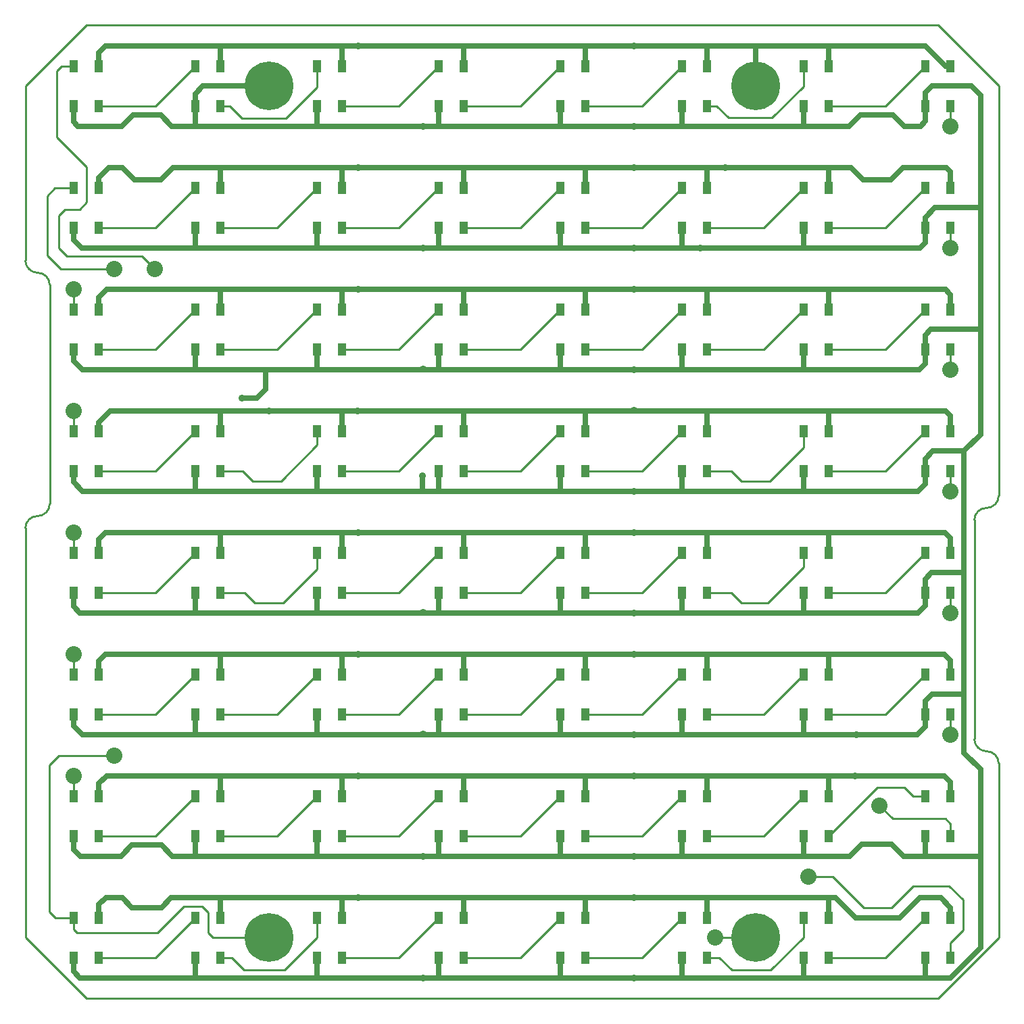
<source format=gtl>
G04 #@! TF.FileFunction,Copper,L1,Top,Signal*
%FSLAX46Y46*%
G04 Gerber Fmt 4.6, Leading zero omitted, Abs format (unit mm)*
G04 Created by KiCad (PCBNEW 0.201504141001+5596~22~ubuntu14.10.1-product) date Friday 17 April 2015 10:18:20 PM IST*
%MOMM*%
G01*
G04 APERTURE LIST*
%ADD10C,0.152400*%
%ADD11C,0.254000*%
%ADD12R,1.016000X1.524000*%
%ADD13C,6.096000*%
%ADD14C,2.032000*%
%ADD15C,0.889000*%
%ADD16C,0.635000*%
G04 APERTURE END LIST*
D10*
D11*
X147320000Y-33020000D02*
X139700000Y-25400000D01*
X147320000Y-139700000D02*
X139700000Y-147320000D01*
X25400000Y-139700000D02*
X33020000Y-147320000D01*
X33020000Y-25400000D02*
X25400000Y-33020000D01*
X147320000Y-117856000D02*
G75*
G03X145796000Y-116332000I-1524000J0D01*
G01*
X144272000Y-114808000D02*
G75*
G03X145796000Y-116332000I1524000J0D01*
G01*
X145796000Y-85852000D02*
G75*
G03X144272000Y-87376000I0J-1524000D01*
G01*
X145796000Y-85852000D02*
G75*
G03X147320000Y-84328000I0J1524000D01*
G01*
X25400000Y-54864000D02*
G75*
G03X26924000Y-56388000I1524000J0D01*
G01*
X28448000Y-57912000D02*
G75*
G03X26924000Y-56388000I-1524000J0D01*
G01*
X26924000Y-86868000D02*
G75*
G03X25400000Y-88392000I0J-1524000D01*
G01*
X26924000Y-86868000D02*
G75*
G03X28448000Y-85344000I0J1524000D01*
G01*
X147320000Y-84328000D02*
X147320000Y-33020000D01*
X147320000Y-117856000D02*
X147320000Y-139700000D01*
X25400000Y-88392000D02*
X25400000Y-139700000D01*
X25400000Y-54864000D02*
X25400000Y-33020000D01*
X144272000Y-101092000D02*
X144272000Y-114808000D01*
X144272000Y-101092000D02*
X144272000Y-87376000D01*
X28448000Y-71628000D02*
X28448000Y-85344000D01*
X28448000Y-71628000D02*
X28448000Y-57912000D01*
X139700000Y-147320000D02*
X33020000Y-147320000D01*
X33020000Y-25400000D02*
X139700000Y-25400000D01*
D12*
X126047500Y-30543500D03*
X122872500Y-30543500D03*
X122872500Y-35496500D03*
X126047500Y-35496500D03*
X110807500Y-30543500D03*
X107632500Y-30543500D03*
X107632500Y-35496500D03*
X110807500Y-35496500D03*
X95567500Y-30543500D03*
X92392500Y-30543500D03*
X92392500Y-35496500D03*
X95567500Y-35496500D03*
X80327500Y-30543500D03*
X77152500Y-30543500D03*
X77152500Y-35496500D03*
X80327500Y-35496500D03*
X65087500Y-30543500D03*
X61912500Y-30543500D03*
X61912500Y-35496500D03*
X65087500Y-35496500D03*
X49847500Y-30543500D03*
X46672500Y-30543500D03*
X46672500Y-35496500D03*
X49847500Y-35496500D03*
X34607500Y-30543500D03*
X31432500Y-30543500D03*
X31432500Y-35496500D03*
X34607500Y-35496500D03*
X141287500Y-45783500D03*
X138112500Y-45783500D03*
X138112500Y-50736500D03*
X141287500Y-50736500D03*
X126047500Y-45783500D03*
X122872500Y-45783500D03*
X122872500Y-50736500D03*
X126047500Y-50736500D03*
X110807500Y-45783500D03*
X107632500Y-45783500D03*
X107632500Y-50736500D03*
X110807500Y-50736500D03*
X95567500Y-45783500D03*
X92392500Y-45783500D03*
X92392500Y-50736500D03*
X95567500Y-50736500D03*
X80327500Y-45783500D03*
X77152500Y-45783500D03*
X77152500Y-50736500D03*
X80327500Y-50736500D03*
X65087500Y-45783500D03*
X61912500Y-45783500D03*
X61912500Y-50736500D03*
X65087500Y-50736500D03*
X49847500Y-45783500D03*
X46672500Y-45783500D03*
X46672500Y-50736500D03*
X49847500Y-50736500D03*
X34607500Y-45783500D03*
X31432500Y-45783500D03*
X31432500Y-50736500D03*
X34607500Y-50736500D03*
X141287500Y-61023500D03*
X138112500Y-61023500D03*
X138112500Y-65976500D03*
X141287500Y-65976500D03*
X126047500Y-61023500D03*
X122872500Y-61023500D03*
X122872500Y-65976500D03*
X126047500Y-65976500D03*
X110807500Y-61023500D03*
X107632500Y-61023500D03*
X107632500Y-65976500D03*
X110807500Y-65976500D03*
X95567500Y-61023500D03*
X92392500Y-61023500D03*
X92392500Y-65976500D03*
X95567500Y-65976500D03*
X80327500Y-61023500D03*
X77152500Y-61023500D03*
X77152500Y-65976500D03*
X80327500Y-65976500D03*
X65087500Y-61023500D03*
X61912500Y-61023500D03*
X61912500Y-65976500D03*
X65087500Y-65976500D03*
X49847500Y-61023500D03*
X46672500Y-61023500D03*
X46672500Y-65976500D03*
X49847500Y-65976500D03*
X34607500Y-61023500D03*
X31432500Y-61023500D03*
X31432500Y-65976500D03*
X34607500Y-65976500D03*
X141287500Y-76263500D03*
X138112500Y-76263500D03*
X138112500Y-81216500D03*
X141287500Y-81216500D03*
X126047500Y-76263500D03*
X122872500Y-76263500D03*
X122872500Y-81216500D03*
X126047500Y-81216500D03*
X110807500Y-76263500D03*
X107632500Y-76263500D03*
X107632500Y-81216500D03*
X110807500Y-81216500D03*
X95567500Y-76263500D03*
X92392500Y-76263500D03*
X92392500Y-81216500D03*
X95567500Y-81216500D03*
X80327500Y-76263500D03*
X77152500Y-76263500D03*
X77152500Y-81216500D03*
X80327500Y-81216500D03*
X65087500Y-76263500D03*
X61912500Y-76263500D03*
X61912500Y-81216500D03*
X65087500Y-81216500D03*
X49847500Y-76263500D03*
X46672500Y-76263500D03*
X46672500Y-81216500D03*
X49847500Y-81216500D03*
X34607500Y-76263500D03*
X31432500Y-76263500D03*
X31432500Y-81216500D03*
X34607500Y-81216500D03*
X141287500Y-91503500D03*
X138112500Y-91503500D03*
X138112500Y-96456500D03*
X141287500Y-96456500D03*
X126047500Y-91503500D03*
X122872500Y-91503500D03*
X122872500Y-96456500D03*
X126047500Y-96456500D03*
X110807500Y-91503500D03*
X107632500Y-91503500D03*
X107632500Y-96456500D03*
X110807500Y-96456500D03*
X95567500Y-91503500D03*
X92392500Y-91503500D03*
X92392500Y-96456500D03*
X95567500Y-96456500D03*
X80327500Y-91503500D03*
X77152500Y-91503500D03*
X77152500Y-96456500D03*
X80327500Y-96456500D03*
X65087500Y-91503500D03*
X61912500Y-91503500D03*
X61912500Y-96456500D03*
X65087500Y-96456500D03*
X49847500Y-91503500D03*
X46672500Y-91503500D03*
X46672500Y-96456500D03*
X49847500Y-96456500D03*
X34607500Y-91503500D03*
X31432500Y-91503500D03*
X31432500Y-96456500D03*
X34607500Y-96456500D03*
X141287500Y-106743500D03*
X138112500Y-106743500D03*
X138112500Y-111696500D03*
X141287500Y-111696500D03*
X126047500Y-106743500D03*
X122872500Y-106743500D03*
X122872500Y-111696500D03*
X126047500Y-111696500D03*
X110807500Y-106743500D03*
X107632500Y-106743500D03*
X107632500Y-111696500D03*
X110807500Y-111696500D03*
X95567500Y-106743500D03*
X92392500Y-106743500D03*
X92392500Y-111696500D03*
X95567500Y-111696500D03*
X80327500Y-106743500D03*
X77152500Y-106743500D03*
X77152500Y-111696500D03*
X80327500Y-111696500D03*
X65087500Y-106743500D03*
X61912500Y-106743500D03*
X61912500Y-111696500D03*
X65087500Y-111696500D03*
X49847500Y-106743500D03*
X46672500Y-106743500D03*
X46672500Y-111696500D03*
X49847500Y-111696500D03*
X34607500Y-106743500D03*
X31432500Y-106743500D03*
X31432500Y-111696500D03*
X34607500Y-111696500D03*
X141287500Y-121983500D03*
X138112500Y-121983500D03*
X138112500Y-126936500D03*
X141287500Y-126936500D03*
X126047500Y-121983500D03*
X122872500Y-121983500D03*
X122872500Y-126936500D03*
X126047500Y-126936500D03*
X110807500Y-121983500D03*
X107632500Y-121983500D03*
X107632500Y-126936500D03*
X110807500Y-126936500D03*
X95567500Y-121983500D03*
X92392500Y-121983500D03*
X92392500Y-126936500D03*
X95567500Y-126936500D03*
X80327500Y-121983500D03*
X77152500Y-121983500D03*
X77152500Y-126936500D03*
X80327500Y-126936500D03*
X65087500Y-121983500D03*
X61912500Y-121983500D03*
X61912500Y-126936500D03*
X65087500Y-126936500D03*
X49847500Y-121983500D03*
X46672500Y-121983500D03*
X46672500Y-126936500D03*
X49847500Y-126936500D03*
X34607500Y-121983500D03*
X31432500Y-121983500D03*
X31432500Y-126936500D03*
X34607500Y-126936500D03*
X141287500Y-137223500D03*
X138112500Y-137223500D03*
X138112500Y-142176500D03*
X141287500Y-142176500D03*
X126047500Y-137223500D03*
X122872500Y-137223500D03*
X122872500Y-142176500D03*
X126047500Y-142176500D03*
X110807500Y-137223500D03*
X107632500Y-137223500D03*
X107632500Y-142176500D03*
X110807500Y-142176500D03*
X95567500Y-137223500D03*
X92392500Y-137223500D03*
X92392500Y-142176500D03*
X95567500Y-142176500D03*
X80327500Y-137223500D03*
X77152500Y-137223500D03*
X77152500Y-142176500D03*
X80327500Y-142176500D03*
X65087500Y-137223500D03*
X61912500Y-137223500D03*
X61912500Y-142176500D03*
X65087500Y-142176500D03*
X49847500Y-137223500D03*
X46672500Y-137223500D03*
X46672500Y-142176500D03*
X49847500Y-142176500D03*
X141287500Y-30543500D03*
X138112500Y-30543500D03*
X138112500Y-35496500D03*
X141287500Y-35496500D03*
X34607500Y-137223500D03*
X31432500Y-137223500D03*
X31432500Y-142176500D03*
X34607500Y-142176500D03*
D13*
X116840000Y-139700000D03*
X55880000Y-139700000D03*
X55880000Y-33020000D03*
X116840000Y-33020000D03*
D14*
X36512500Y-116903500D03*
X123507500Y-132016500D03*
X31432500Y-119443500D03*
X132397500Y-123126500D03*
X31432500Y-104203500D03*
X141287500Y-114236500D03*
X31432500Y-88963500D03*
X141287500Y-98996500D03*
X31432500Y-73723500D03*
X141300200Y-83769200D03*
X31432500Y-58483500D03*
X141287500Y-68516500D03*
X36512500Y-55943500D03*
X141287500Y-53276500D03*
X41592500Y-55943500D03*
X141287500Y-38036500D03*
X111760000Y-139700000D03*
D15*
X52565300Y-72072500D03*
X75184000Y-144729200D03*
X75184000Y-129489200D03*
X75184000Y-114198400D03*
X75184000Y-98958400D03*
X75184000Y-68478400D03*
X75184000Y-53289200D03*
X75184000Y-38049200D03*
X109931200Y-53289200D03*
X75171300Y-81813400D03*
X101600000Y-38049200D03*
X101600000Y-53289200D03*
X101600000Y-68529200D03*
X101600000Y-83769200D03*
X101600000Y-99009200D03*
X101600000Y-114249200D03*
X101600000Y-129489200D03*
X101600000Y-144729200D03*
X129476500Y-114236500D03*
X113030000Y-43230800D03*
X55943500Y-73723500D03*
X129362200Y-119443500D03*
X67056000Y-134670800D03*
X67056000Y-119430800D03*
X67056000Y-104190800D03*
X67056000Y-88950800D03*
X67056000Y-58470800D03*
X67056000Y-43230800D03*
X67056000Y-27990800D03*
X67043300Y-73723500D03*
X101600000Y-27990800D03*
X101600000Y-43230800D03*
X101600000Y-58470800D03*
X101650800Y-73660000D03*
X101600000Y-88950800D03*
X101600000Y-104190800D03*
X101600000Y-119430800D03*
X101600000Y-134670800D03*
D11*
X41719500Y-142176500D02*
X46672500Y-137223500D01*
X34607500Y-142176500D02*
X41719500Y-142176500D01*
X51269900Y-142176500D02*
X52806600Y-143713200D01*
X52806600Y-143713200D02*
X57886600Y-143713200D01*
X57886600Y-143713200D02*
X61912500Y-139687300D01*
X61912500Y-139687300D02*
X61912500Y-137223500D01*
X49847500Y-142176500D02*
X51269900Y-142176500D01*
X72199500Y-142176500D02*
X77152500Y-137223500D01*
X65087500Y-142176500D02*
X72199500Y-142176500D01*
X87439500Y-142176500D02*
X92392500Y-137223500D01*
X80327500Y-142176500D02*
X87439500Y-142176500D01*
X102679500Y-142176500D02*
X107632500Y-137223500D01*
X95567500Y-142176500D02*
X102679500Y-142176500D01*
X112344200Y-142176500D02*
X113931700Y-143764000D01*
X113931700Y-143764000D02*
X118770400Y-143764000D01*
X118770400Y-143764000D02*
X122872500Y-139661900D01*
X122872500Y-139661900D02*
X122872500Y-137223500D01*
X110807500Y-142176500D02*
X112344200Y-142176500D01*
X133159500Y-142176500D02*
X138112500Y-137223500D01*
X126047500Y-142176500D02*
X133159500Y-142176500D01*
X31432500Y-137223500D02*
X29159200Y-137223500D01*
X28397200Y-118084600D02*
X28397200Y-136461500D01*
X29578300Y-116903500D02*
X36512500Y-116903500D01*
X29578300Y-116903500D02*
X28397200Y-118084600D01*
X29159200Y-137223500D02*
X28397200Y-136461500D01*
X31432500Y-138620500D02*
X31877000Y-139065000D01*
X31877000Y-139065000D02*
X41910000Y-139065000D01*
X41910000Y-139065000D02*
X45212000Y-135763000D01*
X45212000Y-135763000D02*
X47498000Y-135763000D01*
X47498000Y-135763000D02*
X48260000Y-136525000D01*
X48260000Y-136525000D02*
X48260000Y-139065000D01*
X48260000Y-139065000D02*
X48895000Y-139700000D01*
X48895000Y-139700000D02*
X55880000Y-139700000D01*
X31432500Y-137223500D02*
X31432500Y-138620500D01*
X41719500Y-126936500D02*
X46672500Y-121983500D01*
X34607500Y-126936500D02*
X41719500Y-126936500D01*
X56959500Y-126936500D02*
X61912500Y-121983500D01*
X49847500Y-126936500D02*
X56959500Y-126936500D01*
X72199500Y-126936500D02*
X77152500Y-121983500D01*
X65087500Y-126936500D02*
X72199500Y-126936500D01*
X87439500Y-126936500D02*
X92392500Y-121983500D01*
X80327500Y-126936500D02*
X87439500Y-126936500D01*
X102679500Y-126936500D02*
X107632500Y-121983500D01*
X95567500Y-126936500D02*
X102679500Y-126936500D01*
X117919500Y-126936500D02*
X122872500Y-121983500D01*
X110807500Y-126936500D02*
X117919500Y-126936500D01*
X136588500Y-121983500D02*
X135509000Y-120904000D01*
X135509000Y-120904000D02*
X132080000Y-120904000D01*
X132080000Y-120904000D02*
X126047500Y-126936500D01*
X138112500Y-121983500D02*
X136588500Y-121983500D01*
X141097000Y-133223000D02*
X142839440Y-134965440D01*
X136588500Y-133223000D02*
X141097000Y-133223000D01*
X133858000Y-135953500D02*
X136588500Y-133223000D01*
X130429000Y-135953500D02*
X133858000Y-135953500D01*
X141287500Y-142176500D02*
X141287500Y-140312140D01*
X141287500Y-140312140D02*
X142839440Y-138760200D01*
X142839440Y-138760200D02*
X142839440Y-134965440D01*
X126492000Y-132016500D02*
X130429000Y-135953500D01*
X123507500Y-132016500D02*
X126492000Y-132016500D01*
X31432500Y-121348500D02*
X31432500Y-119443500D01*
X31432500Y-121983500D02*
X31432500Y-121348500D01*
X41719500Y-111696500D02*
X46672500Y-106743500D01*
X34607500Y-111696500D02*
X41719500Y-111696500D01*
X56959500Y-111696500D02*
X61912500Y-106743500D01*
X49847500Y-111696500D02*
X56959500Y-111696500D01*
X72199500Y-111696500D02*
X77152500Y-106743500D01*
X65087500Y-111696500D02*
X72199500Y-111696500D01*
X87439500Y-111696500D02*
X92392500Y-106743500D01*
X80327500Y-111696500D02*
X87439500Y-111696500D01*
X102679500Y-111696500D02*
X107632500Y-106743500D01*
X95567500Y-111696500D02*
X102679500Y-111696500D01*
X117919500Y-111696500D02*
X122872500Y-106743500D01*
X110807500Y-111696500D02*
X117919500Y-111696500D01*
X133159500Y-111696500D02*
X138112500Y-106743500D01*
X126047500Y-111696500D02*
X133159500Y-111696500D01*
X141287500Y-126936500D02*
X141287500Y-125412500D01*
X134048500Y-124777500D02*
X132397500Y-123126500D01*
X140652500Y-124777500D02*
X134048500Y-124777500D01*
X141287500Y-125412500D02*
X140652500Y-124777500D01*
X31432500Y-106108500D02*
X31432500Y-104203500D01*
X31432500Y-106743500D02*
X31432500Y-106108500D01*
X141287500Y-114236500D02*
X141287500Y-111696500D01*
X31432500Y-90868500D02*
X31432500Y-88963500D01*
X31432500Y-91503500D02*
X31432500Y-90868500D01*
X41719500Y-96456500D02*
X46672500Y-91503500D01*
X34607500Y-96456500D02*
X41719500Y-96456500D01*
X52870100Y-96456500D02*
X54152800Y-97739200D01*
X54152800Y-97739200D02*
X57708800Y-97739200D01*
X57708800Y-97739200D02*
X61912500Y-93535500D01*
X61912500Y-93535500D02*
X61912500Y-91503500D01*
X49847500Y-96456500D02*
X52870100Y-96456500D01*
X72199500Y-96456500D02*
X77152500Y-91503500D01*
X65087500Y-96456500D02*
X72199500Y-96456500D01*
X87439500Y-96456500D02*
X92392500Y-91503500D01*
X80327500Y-96456500D02*
X87439500Y-96456500D01*
X102679500Y-96456500D02*
X107632500Y-91503500D01*
X95567500Y-96456500D02*
X102679500Y-96456500D01*
X113842800Y-96456500D02*
X115125500Y-97739200D01*
X115125500Y-97739200D02*
X118440200Y-97739200D01*
X118440200Y-97739200D02*
X122872500Y-93306900D01*
X122872500Y-93306900D02*
X122872500Y-91503500D01*
X110807500Y-96456500D02*
X113842800Y-96456500D01*
X133159500Y-96456500D02*
X138112500Y-91503500D01*
X126047500Y-96456500D02*
X133159500Y-96456500D01*
X141287500Y-98996500D02*
X141287500Y-96456500D01*
X31432500Y-75628500D02*
X31432500Y-73723500D01*
X31432500Y-76263500D02*
X31432500Y-75628500D01*
X41719500Y-81216500D02*
X46672500Y-76263500D01*
X34607500Y-81216500D02*
X41719500Y-81216500D01*
X52603400Y-81216500D02*
X53860700Y-82473800D01*
X53860700Y-82473800D02*
X57416700Y-82473800D01*
X57416700Y-82473800D02*
X61912500Y-77978000D01*
X61912500Y-77978000D02*
X61912500Y-76263500D01*
X49847500Y-81216500D02*
X52603400Y-81216500D01*
X72199500Y-81216500D02*
X77152500Y-76263500D01*
X65087500Y-81216500D02*
X72199500Y-81216500D01*
X87439500Y-81216500D02*
X92392500Y-76263500D01*
X80327500Y-81216500D02*
X87439500Y-81216500D01*
X102679500Y-81216500D02*
X107632500Y-76263500D01*
X95567500Y-81216500D02*
X102679500Y-81216500D01*
X113804700Y-81216500D02*
X115112800Y-82524600D01*
X115112800Y-82524600D02*
X118668800Y-82524600D01*
X118668800Y-82524600D02*
X122872500Y-78320900D01*
X122872500Y-78320900D02*
X122872500Y-76263500D01*
X110807500Y-81216500D02*
X113804700Y-81216500D01*
X133159500Y-81216500D02*
X138112500Y-76263500D01*
X126047500Y-81216500D02*
X133159500Y-81216500D01*
X141287500Y-83756500D02*
X141287500Y-81216500D01*
X141300200Y-83769200D02*
X141287500Y-83756500D01*
X31432500Y-60388500D02*
X31432500Y-58483500D01*
X31432500Y-61023500D02*
X31432500Y-60388500D01*
X41719500Y-65976500D02*
X46672500Y-61023500D01*
X34607500Y-65976500D02*
X41719500Y-65976500D01*
X56959500Y-65976500D02*
X61912500Y-61023500D01*
X49847500Y-65976500D02*
X56959500Y-65976500D01*
X72199500Y-65976500D02*
X77152500Y-61023500D01*
X65087500Y-65976500D02*
X72199500Y-65976500D01*
X87439500Y-65976500D02*
X92392500Y-61023500D01*
X80327500Y-65976500D02*
X87439500Y-65976500D01*
X102679500Y-65976500D02*
X107632500Y-61023500D01*
X95567500Y-65976500D02*
X102679500Y-65976500D01*
X117919500Y-65976500D02*
X122872500Y-61023500D01*
X110807500Y-65976500D02*
X117919500Y-65976500D01*
X133159500Y-65976500D02*
X138112500Y-61023500D01*
X126047500Y-65976500D02*
X133159500Y-65976500D01*
X141287500Y-68516500D02*
X141287500Y-65976500D01*
X31432500Y-45783500D02*
X31432500Y-45148500D01*
X36512500Y-55943500D02*
X29857700Y-55943500D01*
X29857700Y-55943500D02*
X28117800Y-54203600D01*
X28117800Y-54203600D02*
X28117800Y-46761400D01*
X28117800Y-46761400D02*
X29095700Y-45783500D01*
X29095700Y-45783500D02*
X31432500Y-45783500D01*
X41719500Y-50736500D02*
X46672500Y-45783500D01*
X34607500Y-50736500D02*
X41719500Y-50736500D01*
X56959500Y-50736500D02*
X61912500Y-45783500D01*
X49847500Y-50736500D02*
X56959500Y-50736500D01*
X72199500Y-50736500D02*
X77152500Y-45783500D01*
X65087500Y-50736500D02*
X72199500Y-50736500D01*
X87439500Y-50736500D02*
X92392500Y-45783500D01*
X80327500Y-50736500D02*
X87439500Y-50736500D01*
X102679500Y-50736500D02*
X107632500Y-45783500D01*
X95567500Y-50736500D02*
X102679500Y-50736500D01*
X117919500Y-50736500D02*
X122872500Y-45783500D01*
X110807500Y-50736500D02*
X117919500Y-50736500D01*
X133159500Y-50736500D02*
X138112500Y-45783500D01*
X126047500Y-50736500D02*
X133159500Y-50736500D01*
X141287500Y-53276500D02*
X141287500Y-50736500D01*
X31432500Y-30543500D02*
X31432500Y-29908500D01*
X29324300Y-31153100D02*
X29933900Y-30543500D01*
X29324300Y-39433500D02*
X29324300Y-31153100D01*
X33070800Y-43180000D02*
X29324300Y-39433500D01*
X33070800Y-47548800D02*
X33070800Y-43180000D01*
X32181800Y-48437800D02*
X33070800Y-47548800D01*
X30378400Y-48437800D02*
X32181800Y-48437800D01*
X29603700Y-49212500D02*
X30378400Y-48437800D01*
X29603700Y-53340000D02*
X29603700Y-49212500D01*
X30607000Y-54343300D02*
X29603700Y-53340000D01*
X29933900Y-30543500D02*
X31432500Y-30543500D01*
X39992300Y-54343300D02*
X41592500Y-55943500D01*
X30607000Y-54343300D02*
X39992300Y-54343300D01*
X141287500Y-35496500D02*
X141287500Y-38036500D01*
X111760000Y-139700000D02*
X116840000Y-139700000D01*
X34607500Y-35496500D02*
X41719500Y-35496500D01*
X41719500Y-35496500D02*
X46672500Y-30543500D01*
X49847500Y-35496500D02*
X51041300Y-35496500D01*
X61912500Y-33134300D02*
X61912500Y-30543500D01*
X58039000Y-37007800D02*
X61912500Y-33134300D01*
X52552600Y-37007800D02*
X58039000Y-37007800D01*
X51041300Y-35496500D02*
X52552600Y-37007800D01*
X65087500Y-35496500D02*
X72199500Y-35496500D01*
X72199500Y-35496500D02*
X77152500Y-30543500D01*
X80327500Y-35496500D02*
X87439500Y-35496500D01*
X87439500Y-35496500D02*
X92392500Y-30543500D01*
X95567500Y-35496500D02*
X102679500Y-35496500D01*
X102679500Y-35496500D02*
X107632500Y-30543500D01*
X110807500Y-35496500D02*
X111963200Y-35496500D01*
X122872500Y-33045400D02*
X122872500Y-30543500D01*
X118935500Y-36982400D02*
X122872500Y-33045400D01*
X113449100Y-36982400D02*
X118935500Y-36982400D01*
X111963200Y-35496500D02*
X113449100Y-36982400D01*
X126047500Y-35496500D02*
X133159500Y-35496500D01*
X133159500Y-35496500D02*
X138112500Y-30543500D01*
D16*
X46672500Y-35496500D02*
X46672500Y-33972500D01*
X47625000Y-33020000D02*
X55880000Y-33020000D01*
X46672500Y-33972500D02*
X47625000Y-33020000D01*
X52565300Y-72072500D02*
X54427500Y-72072500D01*
X55500000Y-71000000D02*
X55500000Y-68516500D01*
X54427500Y-72072500D02*
X55500000Y-71000000D01*
X77152500Y-50736500D02*
X77152500Y-53276500D01*
X122872500Y-35496500D02*
X122872500Y-38036500D01*
X107632500Y-35496500D02*
X107632500Y-38036500D01*
X92392500Y-35496500D02*
X92392500Y-38036500D01*
X77152500Y-35496500D02*
X77152500Y-38036500D01*
X61912500Y-35496500D02*
X61912500Y-38036500D01*
X46672500Y-35496500D02*
X46672500Y-38036500D01*
X31432500Y-35496500D02*
X31432500Y-37477700D01*
X138112500Y-37426900D02*
X138112500Y-35496500D01*
X137502900Y-38036500D02*
X138112500Y-37426900D01*
X135496300Y-38036500D02*
X137502900Y-38036500D01*
X134073900Y-36614100D02*
X135496300Y-38036500D01*
X130009900Y-36614100D02*
X134073900Y-36614100D01*
X128587500Y-38036500D02*
X130009900Y-36614100D01*
X43726100Y-38036500D02*
X46672500Y-38036500D01*
X46672500Y-38036500D02*
X61912500Y-38036500D01*
X75184000Y-38036500D02*
X77152500Y-38036500D01*
X61912500Y-38036500D02*
X75184000Y-38036500D01*
X77152500Y-38036500D02*
X92392500Y-38036500D01*
X101600000Y-38036500D02*
X107632500Y-38036500D01*
X92392500Y-38036500D02*
X101600000Y-38036500D01*
X107632500Y-38036500D02*
X122872500Y-38036500D01*
X122872500Y-38036500D02*
X128587500Y-38036500D01*
X42329100Y-36639500D02*
X43726100Y-38036500D01*
X38874700Y-36639500D02*
X42329100Y-36639500D01*
X37477700Y-38036500D02*
X38874700Y-36639500D01*
X31991300Y-38036500D02*
X37477700Y-38036500D01*
X31432500Y-37477700D02*
X31991300Y-38036500D01*
X145034000Y-63500000D02*
X145034000Y-76657200D01*
X142951200Y-93980000D02*
X142951200Y-78740000D01*
X142951200Y-93980000D02*
X142951200Y-109220000D01*
X31432500Y-52260500D02*
X32448500Y-53276500D01*
X122872500Y-53276500D02*
X137490200Y-53276500D01*
X109931200Y-53276500D02*
X122872500Y-53276500D01*
X107632500Y-53276500D02*
X109931200Y-53276500D01*
X101600000Y-53276500D02*
X107632500Y-53276500D01*
X92392500Y-53276500D02*
X101600000Y-53276500D01*
X75184000Y-53276500D02*
X77152500Y-53276500D01*
X77152500Y-53276500D02*
X92392500Y-53276500D01*
X61912500Y-53276500D02*
X75184000Y-53276500D01*
X46672500Y-53276500D02*
X61912500Y-53276500D01*
X32448500Y-53276500D02*
X46672500Y-53276500D01*
X137490200Y-53276500D02*
X138112500Y-52654200D01*
X138112500Y-52654200D02*
X138112500Y-50736500D01*
X31432500Y-50736500D02*
X31432500Y-52260500D01*
X122872500Y-53276500D02*
X122872500Y-50736500D01*
X107632500Y-53276500D02*
X107632500Y-50736500D01*
X92392500Y-53276500D02*
X92392500Y-50736500D01*
X61912500Y-53276500D02*
X61912500Y-50736500D01*
X46672500Y-53276500D02*
X46672500Y-50736500D01*
X145034000Y-48260000D02*
X145034000Y-63500000D01*
X145034000Y-34163000D02*
X145034000Y-48260000D01*
X138112500Y-49491900D02*
X139344400Y-48260000D01*
X139344400Y-48260000D02*
X145034000Y-48260000D01*
X138112500Y-50736500D02*
X138112500Y-49491900D01*
X138112500Y-33870900D02*
X138963400Y-33020000D01*
X138963400Y-33020000D02*
X143891000Y-33020000D01*
X143891000Y-33020000D02*
X145034000Y-34163000D01*
X138112500Y-35496500D02*
X138112500Y-33870900D01*
X31432500Y-67411600D02*
X32537400Y-68516500D01*
X122872500Y-68516500D02*
X137401300Y-68516500D01*
X107632500Y-68516500D02*
X122872500Y-68516500D01*
X101600000Y-68516500D02*
X107632500Y-68516500D01*
X92392500Y-68516500D02*
X101600000Y-68516500D01*
X77152500Y-68516500D02*
X92392500Y-68516500D01*
X75184000Y-68516500D02*
X77152500Y-68516500D01*
X61912500Y-68516500D02*
X75184000Y-68516500D01*
X46672500Y-68516500D02*
X55500000Y-68516500D01*
X55500000Y-68516500D02*
X61912500Y-68516500D01*
X32537400Y-68516500D02*
X46672500Y-68516500D01*
X137401300Y-68516500D02*
X138112500Y-67805300D01*
X138112500Y-67805300D02*
X138112500Y-65976500D01*
X31432500Y-65976500D02*
X31432500Y-67411600D01*
X138112500Y-64223900D02*
X138836400Y-63500000D01*
X138836400Y-63500000D02*
X145034000Y-63500000D01*
X138112500Y-65976500D02*
X138112500Y-64223900D01*
X122872500Y-68516500D02*
X122872500Y-65976500D01*
X107632500Y-68516500D02*
X107632500Y-65976500D01*
X92392500Y-68516500D02*
X92392500Y-65976500D01*
X77152500Y-68516500D02*
X77152500Y-65976500D01*
X61912500Y-68516500D02*
X61912500Y-65976500D01*
X46672500Y-68516500D02*
X46672500Y-65976500D01*
X31432500Y-82626200D02*
X32562800Y-83756500D01*
X122872500Y-83756500D02*
X137236200Y-83756500D01*
X107632500Y-83756500D02*
X122872500Y-83756500D01*
X101600000Y-83756500D02*
X107632500Y-83756500D01*
X92392500Y-83756500D02*
X101600000Y-83756500D01*
X77152500Y-83756500D02*
X92392500Y-83756500D01*
X75171300Y-83756500D02*
X77152500Y-83756500D01*
X61912500Y-83756500D02*
X75171300Y-83756500D01*
X46672500Y-83756500D02*
X61912500Y-83756500D01*
X32562800Y-83756500D02*
X46672500Y-83756500D01*
X137236200Y-83756500D02*
X138112500Y-82880200D01*
X138112500Y-82880200D02*
X138112500Y-81216500D01*
X31432500Y-81216500D02*
X31432500Y-82626200D01*
X139065000Y-78740000D02*
X142951200Y-78740000D01*
X138112500Y-79692500D02*
X139065000Y-78740000D01*
X138112500Y-81216500D02*
X138112500Y-79692500D01*
X122872500Y-83756500D02*
X122872500Y-81216500D01*
X107632500Y-83756500D02*
X107632500Y-81216500D01*
X92392500Y-83756500D02*
X92392500Y-81216500D01*
X77152500Y-83756500D02*
X77152500Y-81216500D01*
X61912500Y-83756500D02*
X61912500Y-81216500D01*
X46672500Y-83756500D02*
X46672500Y-81216500D01*
X31432500Y-98196400D02*
X32232600Y-98996500D01*
X122872500Y-98996500D02*
X137223500Y-98996500D01*
X107632500Y-98996500D02*
X122872500Y-98996500D01*
X101600000Y-98996500D02*
X107632500Y-98996500D01*
X92392500Y-98996500D02*
X101600000Y-98996500D01*
X77152500Y-98996500D02*
X92392500Y-98996500D01*
X75184000Y-98996500D02*
X77152500Y-98996500D01*
X61912500Y-98996500D02*
X75184000Y-98996500D01*
X46672500Y-98996500D02*
X61912500Y-98996500D01*
X32232600Y-98996500D02*
X46672500Y-98996500D01*
X137223500Y-98996500D02*
X138112500Y-98107500D01*
X138112500Y-98107500D02*
X138112500Y-96456500D01*
X31432500Y-96456500D02*
X31432500Y-98196400D01*
X138112500Y-94780100D02*
X138912600Y-93980000D01*
X138912600Y-93980000D02*
X142951200Y-93980000D01*
X138112500Y-96456500D02*
X138112500Y-94780100D01*
X122872500Y-98996500D02*
X122872500Y-96456500D01*
X107632500Y-98996500D02*
X107632500Y-96456500D01*
X92392500Y-98996500D02*
X92392500Y-96456500D01*
X77152500Y-98996500D02*
X77152500Y-96456500D01*
X61912500Y-98996500D02*
X61912500Y-96456500D01*
X46672500Y-98996500D02*
X46672500Y-96456500D01*
X31432500Y-113157000D02*
X32512000Y-114236500D01*
X107632500Y-114236500D02*
X122872500Y-114236500D01*
X101600000Y-114236500D02*
X107632500Y-114236500D01*
X92392500Y-114236500D02*
X101600000Y-114236500D01*
X77152500Y-114236500D02*
X92392500Y-114236500D01*
X75184000Y-114236500D02*
X77152500Y-114236500D01*
X61912500Y-114236500D02*
X75184000Y-114236500D01*
X46672500Y-114236500D02*
X61912500Y-114236500D01*
X32512000Y-114236500D02*
X46672500Y-114236500D01*
X31432500Y-111696500D02*
X31432500Y-113157000D01*
X138938000Y-109220000D02*
X142951200Y-109220000D01*
X138112500Y-110045500D02*
X138938000Y-109220000D01*
X138112500Y-111696500D02*
X138112500Y-110045500D01*
X122872500Y-114236500D02*
X122872500Y-111696500D01*
X107632500Y-114236500D02*
X107632500Y-111696500D01*
X92392500Y-114236500D02*
X92392500Y-111696500D01*
X77152500Y-114236500D02*
X77152500Y-111696500D01*
X61912500Y-114236500D02*
X61912500Y-111696500D01*
X46672500Y-114236500D02*
X46672500Y-111696500D01*
X31432500Y-128651000D02*
X32258000Y-129476500D01*
X32258000Y-129476500D02*
X37338000Y-129476500D01*
X37338000Y-129476500D02*
X38735000Y-128079500D01*
X38735000Y-128079500D02*
X42418000Y-128079500D01*
X42418000Y-128079500D02*
X43815000Y-129476500D01*
X107632500Y-129476500D02*
X122872500Y-129476500D01*
X101600000Y-129476500D02*
X107632500Y-129476500D01*
X92392500Y-129476500D02*
X101600000Y-129476500D01*
X77152500Y-129476500D02*
X92392500Y-129476500D01*
X75184000Y-129476500D02*
X77152500Y-129476500D01*
X61912500Y-129476500D02*
X75184000Y-129476500D01*
X46672500Y-129476500D02*
X61912500Y-129476500D01*
X43815000Y-129476500D02*
X46672500Y-129476500D01*
X31432500Y-126936500D02*
X31432500Y-128651000D01*
X122872500Y-129476500D02*
X122872500Y-126936500D01*
X107632500Y-129476500D02*
X107632500Y-126936500D01*
X92392500Y-129476500D02*
X92392500Y-126936500D01*
X77152500Y-129476500D02*
X77152500Y-126936500D01*
X61912500Y-129476500D02*
X61912500Y-126936500D01*
X46672500Y-129476500D02*
X46672500Y-126936500D01*
X31432500Y-143903700D02*
X32245300Y-144716500D01*
X107632500Y-144716500D02*
X122872500Y-144716500D01*
X101600000Y-144716500D02*
X107632500Y-144716500D01*
X92392500Y-144716500D02*
X101600000Y-144716500D01*
X77152500Y-144716500D02*
X92392500Y-144716500D01*
X75184000Y-144716500D02*
X77152500Y-144716500D01*
X61912500Y-144716500D02*
X75184000Y-144716500D01*
X46672500Y-144716500D02*
X61912500Y-144716500D01*
X32245300Y-144716500D02*
X46672500Y-144716500D01*
X31432500Y-142176500D02*
X31432500Y-143903700D01*
X122872500Y-144716500D02*
X122872500Y-142176500D01*
X107632500Y-144716500D02*
X107632500Y-142176500D01*
X92392500Y-144716500D02*
X92392500Y-142176500D01*
X77152500Y-144716500D02*
X77152500Y-142176500D01*
X61912500Y-144716500D02*
X61912500Y-142176500D01*
X46672500Y-144716500D02*
X46672500Y-142176500D01*
X75184000Y-144729200D02*
X75184000Y-144716500D01*
X75184000Y-129489200D02*
X75184000Y-129476500D01*
X75184000Y-114198400D02*
X75184000Y-114236500D01*
X75184000Y-98958400D02*
X75184000Y-98996500D01*
X75184000Y-68478400D02*
X75184000Y-68516500D01*
X75184000Y-53289200D02*
X75184000Y-53276500D01*
X75184000Y-38049200D02*
X75184000Y-38036500D01*
X109931200Y-53289200D02*
X109931200Y-53276500D01*
X75171300Y-81813400D02*
X75171300Y-83756500D01*
X101600000Y-38049200D02*
X101600000Y-38036500D01*
X101600000Y-53289200D02*
X101600000Y-53276500D01*
X101600000Y-68529200D02*
X101600000Y-68516500D01*
X101600000Y-83769200D02*
X101600000Y-83756500D01*
X101600000Y-99009200D02*
X101600000Y-98996500D01*
X101600000Y-114249200D02*
X101600000Y-114236500D01*
X101600000Y-129489200D02*
X101600000Y-129476500D01*
X101600000Y-144729200D02*
X101600000Y-144716500D01*
X137096500Y-114236500D02*
X138112500Y-113220500D01*
X129476500Y-114236500D02*
X137096500Y-114236500D01*
X138112500Y-113220500D02*
X138112500Y-111696500D01*
X122872500Y-114236500D02*
X129476500Y-114236500D01*
X128651000Y-129476500D02*
X130175000Y-127952500D01*
X130175000Y-127952500D02*
X133921500Y-127952500D01*
X133921500Y-127952500D02*
X135445500Y-129476500D01*
X122872500Y-129476500D02*
X128651000Y-129476500D01*
X145034000Y-118618000D02*
X142951200Y-116535200D01*
X142951200Y-116535200D02*
X142951200Y-109220000D01*
X145034000Y-129476500D02*
X145034000Y-118618000D01*
X145034000Y-140970000D02*
X145034000Y-129476500D01*
X141287500Y-144716500D02*
X145034000Y-140970000D01*
X138112500Y-144716500D02*
X141287500Y-144716500D01*
X122872500Y-144716500D02*
X138112500Y-144716500D01*
X138112500Y-142176500D02*
X138112500Y-144716500D01*
X138112500Y-129476500D02*
X145034000Y-129476500D01*
X135445500Y-129476500D02*
X138112500Y-129476500D01*
X138112500Y-126936500D02*
X138112500Y-129476500D01*
X145034000Y-76657200D02*
X142951200Y-78740000D01*
X116840000Y-33020000D02*
X116840000Y-28003500D01*
X113030000Y-43230800D02*
X113030000Y-43243500D01*
X126047500Y-30543500D02*
X126047500Y-28003500D01*
X110807500Y-30543500D02*
X110807500Y-28003500D01*
X95567500Y-30543500D02*
X95567500Y-28003500D01*
X80327500Y-30543500D02*
X80327500Y-28003500D01*
X65087500Y-30543500D02*
X65087500Y-28003500D01*
X49847500Y-30543500D02*
X49847500Y-28003500D01*
X34607500Y-30543500D02*
X34607500Y-28854400D01*
X140627100Y-30543500D02*
X141287500Y-30543500D01*
X138087100Y-28003500D02*
X140627100Y-30543500D01*
X35458400Y-28003500D02*
X49847500Y-28003500D01*
X49847500Y-28003500D02*
X65087500Y-28003500D01*
X67056000Y-28003500D02*
X80327500Y-28003500D01*
X65087500Y-28003500D02*
X67056000Y-28003500D01*
X80327500Y-28003500D02*
X95567500Y-28003500D01*
X101600000Y-28003500D02*
X110807500Y-28003500D01*
X95567500Y-28003500D02*
X101600000Y-28003500D01*
X110807500Y-28003500D02*
X116840000Y-28003500D01*
X116840000Y-28003500D02*
X126047500Y-28003500D01*
X126047500Y-28003500D02*
X138087100Y-28003500D01*
X34607500Y-28854400D02*
X35458400Y-28003500D01*
X140792200Y-43243500D02*
X141287500Y-43738800D01*
X141287500Y-43738800D02*
X141287500Y-45783500D01*
X34607500Y-45783500D02*
X34607500Y-44462700D01*
X133845300Y-44767500D02*
X135369300Y-43243500D01*
X130302000Y-44767500D02*
X133845300Y-44767500D01*
X128778000Y-43243500D02*
X130302000Y-44767500D01*
X49847500Y-43243500D02*
X65087500Y-43243500D01*
X43853100Y-43243500D02*
X49847500Y-43243500D01*
X42329100Y-44767500D02*
X43853100Y-43243500D01*
X39027100Y-44767500D02*
X42329100Y-44767500D01*
X37503100Y-43243500D02*
X39027100Y-44767500D01*
X35826700Y-43243500D02*
X37503100Y-43243500D01*
X34607500Y-44462700D02*
X35826700Y-43243500D01*
X135369300Y-43243500D02*
X140792200Y-43243500D01*
X49847500Y-45783500D02*
X49847500Y-43243500D01*
X67056000Y-43243500D02*
X80327500Y-43243500D01*
X65087500Y-43243500D02*
X67056000Y-43243500D01*
X65087500Y-45783500D02*
X65087500Y-43243500D01*
X80327500Y-43243500D02*
X95567500Y-43243500D01*
X80327500Y-45783500D02*
X80327500Y-43243500D01*
X101600000Y-43243500D02*
X110807500Y-43243500D01*
X95567500Y-43243500D02*
X101600000Y-43243500D01*
X95567500Y-45783500D02*
X95567500Y-43243500D01*
X113030000Y-43243500D02*
X126047500Y-43243500D01*
X110807500Y-43243500D02*
X113030000Y-43243500D01*
X110807500Y-45783500D02*
X110807500Y-43243500D01*
X126047500Y-43243500D02*
X128778000Y-43243500D01*
X126047500Y-43243500D02*
X126047500Y-45783500D01*
X34607500Y-59512200D02*
X35636200Y-58483500D01*
X126047500Y-58483500D02*
X140665200Y-58483500D01*
X110807500Y-58483500D02*
X126047500Y-58483500D01*
X101600000Y-58483500D02*
X110807500Y-58483500D01*
X95567500Y-58483500D02*
X101600000Y-58483500D01*
X80327500Y-58483500D02*
X95567500Y-58483500D01*
X67056000Y-58483500D02*
X80327500Y-58483500D01*
X65087500Y-58483500D02*
X67056000Y-58483500D01*
X49847500Y-58483500D02*
X65087500Y-58483500D01*
X35636200Y-58483500D02*
X49847500Y-58483500D01*
X140665200Y-58483500D02*
X141287500Y-59105800D01*
X141287500Y-59105800D02*
X141287500Y-61023500D01*
X34607500Y-61023500D02*
X34607500Y-59512200D01*
X126047500Y-58483500D02*
X126047500Y-61023500D01*
X110807500Y-58483500D02*
X110807500Y-61023500D01*
X95567500Y-58483500D02*
X95567500Y-61023500D01*
X80327500Y-58483500D02*
X80327500Y-61023500D01*
X65087500Y-58483500D02*
X65087500Y-61023500D01*
X49847500Y-58483500D02*
X49847500Y-61023500D01*
X34607500Y-75120500D02*
X36004500Y-73723500D01*
X126047500Y-73723500D02*
X140703300Y-73723500D01*
X110807500Y-73723500D02*
X126047500Y-73723500D01*
X101650800Y-73723500D02*
X110807500Y-73723500D01*
X95567500Y-73723500D02*
X101650800Y-73723500D01*
X80327500Y-73723500D02*
X95567500Y-73723500D01*
X67043300Y-73723500D02*
X80327500Y-73723500D01*
X65087500Y-73723500D02*
X67043300Y-73723500D01*
X49847500Y-73723500D02*
X55943500Y-73723500D01*
X55943500Y-73723500D02*
X65087500Y-73723500D01*
X36004500Y-73723500D02*
X49847500Y-73723500D01*
X140703300Y-73723500D02*
X141287500Y-74307700D01*
X141287500Y-74307700D02*
X141287500Y-76263500D01*
X34607500Y-76263500D02*
X34607500Y-75120500D01*
X126047500Y-73723500D02*
X126047500Y-76263500D01*
X110807500Y-73723500D02*
X110807500Y-76263500D01*
X95567500Y-73723500D02*
X95567500Y-76263500D01*
X80327500Y-73723500D02*
X80327500Y-76263500D01*
X65087500Y-73723500D02*
X65087500Y-76263500D01*
X49847500Y-73723500D02*
X49847500Y-76263500D01*
X34607500Y-89789000D02*
X35433000Y-88963500D01*
X110807500Y-88963500D02*
X126047500Y-88963500D01*
X101600000Y-88963500D02*
X110807500Y-88963500D01*
X95567500Y-88963500D02*
X101600000Y-88963500D01*
X80327500Y-88963500D02*
X95567500Y-88963500D01*
X67056000Y-88963500D02*
X80327500Y-88963500D01*
X65087500Y-88963500D02*
X67056000Y-88963500D01*
X49847500Y-88963500D02*
X65087500Y-88963500D01*
X35433000Y-88963500D02*
X49847500Y-88963500D01*
X34607500Y-91503500D02*
X34607500Y-89789000D01*
X141287500Y-89649300D02*
X140601700Y-88963500D01*
X140601700Y-88963500D02*
X126047500Y-88963500D01*
X141287500Y-91503500D02*
X141287500Y-89649300D01*
X126047500Y-88963500D02*
X126047500Y-91503500D01*
X110807500Y-88963500D02*
X110807500Y-91503500D01*
X95567500Y-88963500D02*
X95567500Y-91503500D01*
X80327500Y-88963500D02*
X80327500Y-91503500D01*
X65087500Y-88963500D02*
X65087500Y-91503500D01*
X49847500Y-88963500D02*
X49847500Y-91503500D01*
X34607500Y-105029000D02*
X35433000Y-104203500D01*
X126047500Y-104203500D02*
X140525500Y-104203500D01*
X141287500Y-106743500D02*
X141287500Y-104965500D01*
X141287500Y-104965500D02*
X140525500Y-104203500D01*
X110807500Y-104203500D02*
X126047500Y-104203500D01*
X101600000Y-104203500D02*
X110807500Y-104203500D01*
X95567500Y-104203500D02*
X101600000Y-104203500D01*
X80327500Y-104203500D02*
X95567500Y-104203500D01*
X67056000Y-104203500D02*
X80327500Y-104203500D01*
X65087500Y-104203500D02*
X67056000Y-104203500D01*
X49847500Y-104203500D02*
X65087500Y-104203500D01*
X35433000Y-104203500D02*
X49847500Y-104203500D01*
X34607500Y-106743500D02*
X34607500Y-105029000D01*
X126047500Y-104203500D02*
X126047500Y-106743500D01*
X110807500Y-104203500D02*
X110807500Y-106743500D01*
X95567500Y-104203500D02*
X95567500Y-106743500D01*
X80327500Y-104203500D02*
X80327500Y-106743500D01*
X65087500Y-104203500D02*
X65087500Y-106743500D01*
X49847500Y-104203500D02*
X49847500Y-106743500D01*
X34607500Y-120396000D02*
X35560000Y-119443500D01*
X126047500Y-119443500D02*
X129362200Y-119443500D01*
X110807500Y-119443500D02*
X126047500Y-119443500D01*
X101600000Y-119443500D02*
X110807500Y-119443500D01*
X95567500Y-119443500D02*
X101600000Y-119443500D01*
X80327500Y-119443500D02*
X95567500Y-119443500D01*
X67056000Y-119443500D02*
X80327500Y-119443500D01*
X65087500Y-119443500D02*
X67056000Y-119443500D01*
X49847500Y-119443500D02*
X65087500Y-119443500D01*
X35560000Y-119443500D02*
X49847500Y-119443500D01*
X34607500Y-121983500D02*
X34607500Y-120396000D01*
X140525500Y-119443500D02*
X141287500Y-120205500D01*
X141287500Y-120205500D02*
X141287500Y-121983500D01*
X129362200Y-119443500D02*
X140525500Y-119443500D01*
X126047500Y-119443500D02*
X126047500Y-121983500D01*
X110807500Y-119443500D02*
X110807500Y-121983500D01*
X95567500Y-119443500D02*
X95567500Y-121983500D01*
X80327500Y-119443500D02*
X80327500Y-121983500D01*
X65087500Y-119443500D02*
X65087500Y-121983500D01*
X49847500Y-119443500D02*
X49847500Y-121983500D01*
X34620200Y-137210800D02*
X34607500Y-137223500D01*
X34607500Y-137223500D02*
X34607500Y-135547100D01*
X101600000Y-134683500D02*
X110807500Y-134683500D01*
X95567500Y-134683500D02*
X101600000Y-134683500D01*
X80327500Y-134683500D02*
X95567500Y-134683500D01*
X67056000Y-134683500D02*
X80327500Y-134683500D01*
X65087500Y-134683500D02*
X67056000Y-134683500D01*
X49847500Y-134683500D02*
X65087500Y-134683500D01*
X43675300Y-134683500D02*
X49847500Y-134683500D01*
X42418000Y-135940800D02*
X43675300Y-134683500D01*
X38760400Y-135940800D02*
X42418000Y-135940800D01*
X37503100Y-134683500D02*
X38760400Y-135940800D01*
X35471100Y-134683500D02*
X37503100Y-134683500D01*
X34607500Y-135547100D02*
X35471100Y-134683500D01*
X110807500Y-134683500D02*
X110807500Y-137223500D01*
X95567500Y-134683500D02*
X95567500Y-137223500D01*
X80327500Y-134683500D02*
X80327500Y-137223500D01*
X65087500Y-134683500D02*
X65087500Y-137223500D01*
X49847500Y-134683500D02*
X49847500Y-137223500D01*
X67056000Y-134670800D02*
X67056000Y-134683500D01*
X67056000Y-119430800D02*
X67056000Y-119443500D01*
X67056000Y-104190800D02*
X67056000Y-104203500D01*
X67056000Y-88950800D02*
X67056000Y-88963500D01*
X67056000Y-58470800D02*
X67056000Y-58483500D01*
X67056000Y-43230800D02*
X67056000Y-43243500D01*
X67056000Y-27990800D02*
X67056000Y-28003500D01*
X101600000Y-27990800D02*
X101600000Y-28003500D01*
X101600000Y-43230800D02*
X101600000Y-43243500D01*
X101600000Y-58470800D02*
X101600000Y-58483500D01*
X101650800Y-73660000D02*
X101650800Y-73723500D01*
X101600000Y-88950800D02*
X101600000Y-88963500D01*
X101600000Y-104190800D02*
X101600000Y-104203500D01*
X101600000Y-119430800D02*
X101600000Y-119443500D01*
X101600000Y-134670800D02*
X101600000Y-134683500D01*
X134874000Y-137223500D02*
X137414000Y-134683500D01*
X137414000Y-134683500D02*
X140055600Y-134683500D01*
X140055600Y-134683500D02*
X141287500Y-135915400D01*
X141287500Y-135915400D02*
X141287500Y-137223500D01*
X129413000Y-137223500D02*
X134874000Y-137223500D01*
X126873000Y-134683500D02*
X129413000Y-137223500D01*
X126047500Y-134683500D02*
X126873000Y-134683500D01*
X110807500Y-134683500D02*
X126047500Y-134683500D01*
X126047500Y-137223500D02*
X126047500Y-134683500D01*
M02*

</source>
